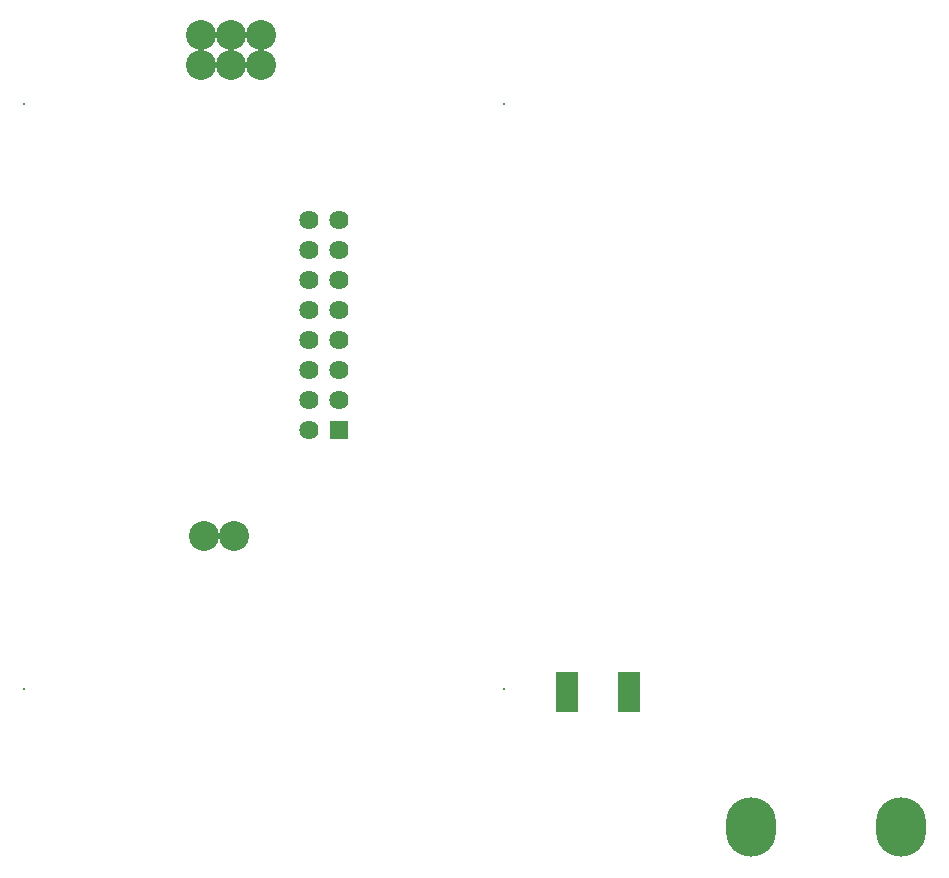
<source format=gts>
G04 Layer_Color=8388736*
%FSAX24Y24*%
%MOIN*%
G70*
G01*
G75*
%ADD32R,0.0781X0.1320*%
%ADD33C,0.0640*%
%ADD34R,0.0640X0.0640*%
%ADD35C,0.1000*%
%ADD36O,0.1680X0.1980*%
%ADD37C,0.0080*%
D32*
X-011870Y010500D02*
D03*
X-013930D02*
D03*
D33*
X-021550Y026250D02*
D03*
X-022550D02*
D03*
X-021550Y025250D02*
D03*
X-022550D02*
D03*
X-021550Y024250D02*
D03*
X-022550D02*
D03*
X-021550Y023250D02*
D03*
X-022550D02*
D03*
X-021550Y022250D02*
D03*
X-022550D02*
D03*
X-021550Y021250D02*
D03*
X-022550D02*
D03*
X-021550Y020250D02*
D03*
X-022550D02*
D03*
Y019250D02*
D03*
D34*
X-021550D02*
D03*
D35*
X-025050Y015700D02*
D03*
X-026050D02*
D03*
X-026160Y031390D02*
D03*
Y032390D02*
D03*
X-025160D02*
D03*
X-024160D02*
D03*
Y031390D02*
D03*
X-025160D02*
D03*
D36*
X-007800Y005990D02*
D03*
X-002800D02*
D03*
D37*
X-016050Y030115D02*
D03*
X-032050D02*
D03*
Y010615D02*
D03*
X-016050D02*
D03*
M02*

</source>
